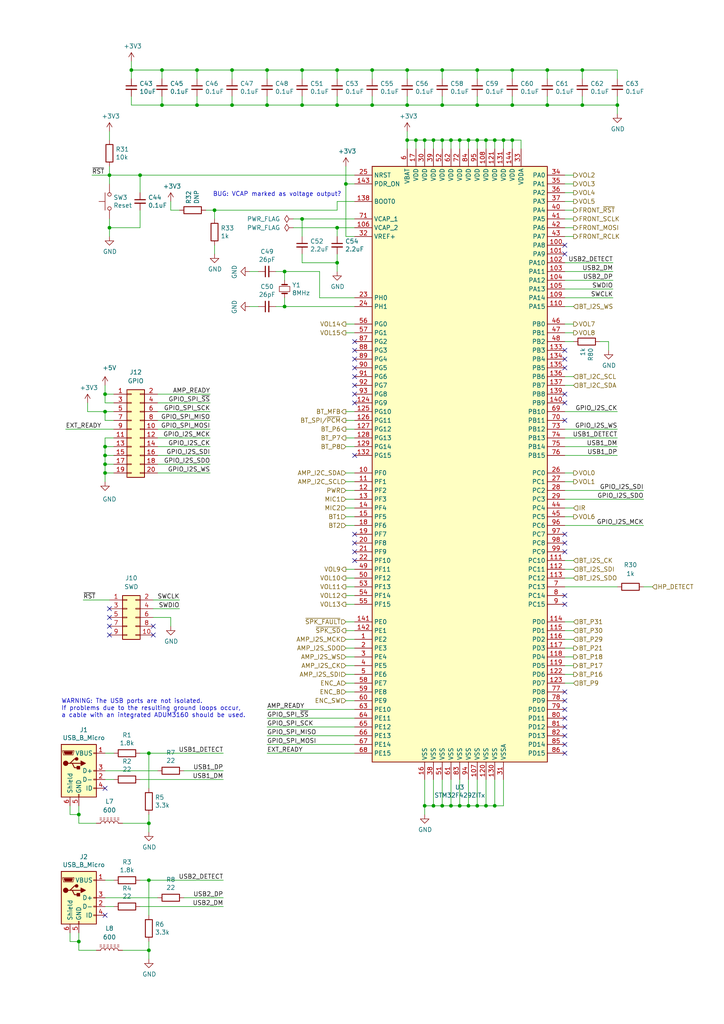
<source format=kicad_sch>
(kicad_sch (version 20201015) (generator eeschema)
  (paper "A4" portrait)
  (junction (at 22.86 236.22) (diameter 0.9144))
  (junction (at 22.86 273.05) (diameter 0.9144))
  (junction (at 30.48 114.3) (diameter 0.9144))
  (junction (at 30.48 119.38) (diameter 0.9144))
  (junction (at 30.48 129.54) (diameter 0.9144))
  (junction (at 30.48 132.08) (diameter 0.9144))
  (junction (at 30.48 134.62) (diameter 0.9144))
  (junction (at 30.48 137.16) (diameter 0.9144))
  (junction (at 31.75 50.8) (diameter 0.9144))
  (junction (at 31.75 66.04) (diameter 0.9144))
  (junction (at 38.1 20.32) (diameter 0.9144))
  (junction (at 40.64 50.8) (diameter 0.9144))
  (junction (at 43.18 218.44) (diameter 0.9144))
  (junction (at 43.18 238.76) (diameter 0.9144))
  (junction (at 43.18 255.27) (diameter 0.9144))
  (junction (at 43.18 275.59) (diameter 0.9144))
  (junction (at 46.99 20.32) (diameter 0.9144))
  (junction (at 46.99 30.48) (diameter 0.9144))
  (junction (at 57.15 20.32) (diameter 0.9144))
  (junction (at 57.15 30.48) (diameter 0.9144))
  (junction (at 62.23 60.96) (diameter 0.9144))
  (junction (at 67.31 20.32) (diameter 0.9144))
  (junction (at 67.31 30.48) (diameter 0.9144))
  (junction (at 77.47 20.32) (diameter 0.9144))
  (junction (at 77.47 30.48) (diameter 0.9144))
  (junction (at 82.55 78.74) (diameter 0.9144))
  (junction (at 82.55 88.9) (diameter 0.9144))
  (junction (at 87.63 20.32) (diameter 0.9144))
  (junction (at 87.63 30.48) (diameter 0.9144))
  (junction (at 87.63 63.5) (diameter 0.9144))
  (junction (at 97.79 20.32) (diameter 0.9144))
  (junction (at 97.79 30.48) (diameter 0.9144))
  (junction (at 97.79 66.04) (diameter 0.9144))
  (junction (at 97.79 76.2) (diameter 0.9144))
  (junction (at 100.33 53.34) (diameter 0.9144))
  (junction (at 107.95 20.32) (diameter 0.9144))
  (junction (at 107.95 30.48) (diameter 0.9144))
  (junction (at 118.11 20.32) (diameter 0.9144))
  (junction (at 118.11 30.48) (diameter 0.9144))
  (junction (at 118.11 40.64) (diameter 0.9144))
  (junction (at 120.65 40.64) (diameter 0.9144))
  (junction (at 123.19 40.64) (diameter 0.9144))
  (junction (at 123.19 233.68) (diameter 0.9144))
  (junction (at 125.73 40.64) (diameter 0.9144))
  (junction (at 125.73 233.68) (diameter 0.9144))
  (junction (at 128.27 20.32) (diameter 0.9144))
  (junction (at 128.27 30.48) (diameter 0.9144))
  (junction (at 128.27 40.64) (diameter 0.9144))
  (junction (at 128.27 233.68) (diameter 0.9144))
  (junction (at 130.81 40.64) (diameter 0.9144))
  (junction (at 130.81 233.68) (diameter 0.9144))
  (junction (at 133.35 40.64) (diameter 0.9144))
  (junction (at 133.35 233.68) (diameter 0.9144))
  (junction (at 135.89 40.64) (diameter 0.9144))
  (junction (at 135.89 233.68) (diameter 0.9144))
  (junction (at 138.43 20.32) (diameter 0.9144))
  (junction (at 138.43 30.48) (diameter 0.9144))
  (junction (at 138.43 40.64) (diameter 0.9144))
  (junction (at 138.43 233.68) (diameter 0.9144))
  (junction (at 140.97 40.64) (diameter 0.9144))
  (junction (at 140.97 233.68) (diameter 0.9144))
  (junction (at 143.51 40.64) (diameter 0.9144))
  (junction (at 143.51 233.68) (diameter 0.9144))
  (junction (at 146.05 40.64) (diameter 0.9144))
  (junction (at 148.59 20.32) (diameter 0.9144))
  (junction (at 148.59 30.48) (diameter 0.9144))
  (junction (at 148.59 40.64) (diameter 0.9144))
  (junction (at 158.75 20.32) (diameter 0.9144))
  (junction (at 158.75 30.48) (diameter 0.9144))
  (junction (at 168.91 20.32) (diameter 0.9144))
  (junction (at 168.91 30.48) (diameter 0.9144))
  (junction (at 179.07 30.48) (diameter 0.9144))
  (no_connect (at 30.48 228.6))
  (no_connect (at 30.48 265.43))
  (no_connect (at 31.75 176.53))
  (no_connect (at 31.75 179.07))
  (no_connect (at 31.75 181.61))
  (no_connect (at 31.75 184.15))
  (no_connect (at 44.45 181.61))
  (no_connect (at 44.45 184.15))
  (no_connect (at 102.87 99.06))
  (no_connect (at 102.87 101.6))
  (no_connect (at 102.87 104.14))
  (no_connect (at 102.87 106.68))
  (no_connect (at 102.87 109.22))
  (no_connect (at 102.87 111.76))
  (no_connect (at 102.87 114.3))
  (no_connect (at 102.87 116.84))
  (no_connect (at 102.87 132.08))
  (no_connect (at 102.87 154.94))
  (no_connect (at 102.87 157.48))
  (no_connect (at 102.87 160.02))
  (no_connect (at 102.87 162.56))
  (no_connect (at 163.83 71.12))
  (no_connect (at 163.83 73.66))
  (no_connect (at 163.83 101.6))
  (no_connect (at 163.83 104.14))
  (no_connect (at 163.83 106.68))
  (no_connect (at 163.83 114.3))
  (no_connect (at 163.83 116.84))
  (no_connect (at 163.83 121.92))
  (no_connect (at 163.83 154.94))
  (no_connect (at 163.83 157.48))
  (no_connect (at 163.83 160.02))
  (no_connect (at 163.83 172.72))
  (no_connect (at 163.83 175.26))
  (no_connect (at 163.83 200.66))
  (no_connect (at 163.83 203.2))
  (no_connect (at 163.83 205.74))
  (no_connect (at 163.83 208.28))
  (no_connect (at 163.83 210.82))
  (no_connect (at 163.83 213.36))
  (no_connect (at 163.83 215.9))
  (no_connect (at 163.83 218.44))
  (wire (pts (xy 19.05 124.46) (xy 33.02 124.46)))
  (wire (pts (xy 20.32 233.68) (xy 20.32 236.22)))
  (wire (pts (xy 20.32 270.51) (xy 20.32 273.05)))
  (wire (pts (xy 22.86 233.68) (xy 22.86 236.22)))
  (wire (pts (xy 22.86 236.22) (xy 20.32 236.22)))
  (wire (pts (xy 22.86 236.22) (xy 22.86 238.76)))
  (wire (pts (xy 22.86 238.76) (xy 27.94 238.76)))
  (wire (pts (xy 22.86 270.51) (xy 22.86 273.05)))
  (wire (pts (xy 22.86 273.05) (xy 20.32 273.05)))
  (wire (pts (xy 22.86 275.59) (xy 22.86 273.05)))
  (wire (pts (xy 24.13 173.99) (xy 31.75 173.99)))
  (wire (pts (xy 25.4 116.84) (xy 25.4 119.38)))
  (wire (pts (xy 25.4 119.38) (xy 30.48 119.38)))
  (wire (pts (xy 26.67 50.8) (xy 31.75 50.8)))
  (wire (pts (xy 27.94 275.59) (xy 22.86 275.59)))
  (wire (pts (xy 30.48 111.76) (xy 30.48 114.3)))
  (wire (pts (xy 30.48 114.3) (xy 33.02 114.3)))
  (wire (pts (xy 30.48 116.84) (xy 30.48 114.3)))
  (wire (pts (xy 30.48 119.38) (xy 30.48 121.92)))
  (wire (pts (xy 30.48 119.38) (xy 33.02 119.38)))
  (wire (pts (xy 30.48 127) (xy 33.02 127)))
  (wire (pts (xy 30.48 129.54) (xy 30.48 127)))
  (wire (pts (xy 30.48 129.54) (xy 33.02 129.54)))
  (wire (pts (xy 30.48 132.08) (xy 30.48 129.54)))
  (wire (pts (xy 30.48 132.08) (xy 33.02 132.08)))
  (wire (pts (xy 30.48 134.62) (xy 30.48 132.08)))
  (wire (pts (xy 30.48 134.62) (xy 33.02 134.62)))
  (wire (pts (xy 30.48 137.16) (xy 30.48 134.62)))
  (wire (pts (xy 30.48 137.16) (xy 33.02 137.16)))
  (wire (pts (xy 30.48 139.7) (xy 30.48 137.16)))
  (wire (pts (xy 30.48 226.06) (xy 33.02 226.06)))
  (wire (pts (xy 30.48 262.89) (xy 33.02 262.89)))
  (wire (pts (xy 31.75 38.1) (xy 31.75 40.64)))
  (wire (pts (xy 31.75 48.26) (xy 31.75 50.8)))
  (wire (pts (xy 31.75 50.8) (xy 31.75 53.34)))
  (wire (pts (xy 31.75 63.5) (xy 31.75 66.04)))
  (wire (pts (xy 31.75 66.04) (xy 40.64 66.04)))
  (wire (pts (xy 31.75 68.58) (xy 31.75 66.04)))
  (wire (pts (xy 33.02 116.84) (xy 30.48 116.84)))
  (wire (pts (xy 33.02 121.92) (xy 30.48 121.92)))
  (wire (pts (xy 33.02 218.44) (xy 30.48 218.44)))
  (wire (pts (xy 33.02 255.27) (xy 30.48 255.27)))
  (wire (pts (xy 35.56 238.76) (xy 43.18 238.76)))
  (wire (pts (xy 35.56 275.59) (xy 43.18 275.59)))
  (wire (pts (xy 38.1 20.32) (xy 38.1 17.78)))
  (wire (pts (xy 38.1 20.32) (xy 38.1 22.86)))
  (wire (pts (xy 38.1 30.48) (xy 38.1 27.94)))
  (wire (pts (xy 40.64 50.8) (xy 31.75 50.8)))
  (wire (pts (xy 40.64 50.8) (xy 102.87 50.8)))
  (wire (pts (xy 40.64 55.88) (xy 40.64 50.8)))
  (wire (pts (xy 40.64 66.04) (xy 40.64 60.96)))
  (wire (pts (xy 40.64 226.06) (xy 64.77 226.06)))
  (wire (pts (xy 40.64 262.89) (xy 64.77 262.89)))
  (wire (pts (xy 43.18 218.44) (xy 40.64 218.44)))
  (wire (pts (xy 43.18 228.6) (xy 43.18 218.44)))
  (wire (pts (xy 43.18 236.22) (xy 43.18 238.76)))
  (wire (pts (xy 43.18 238.76) (xy 43.18 241.3)))
  (wire (pts (xy 43.18 255.27) (xy 40.64 255.27)))
  (wire (pts (xy 43.18 265.43) (xy 43.18 255.27)))
  (wire (pts (xy 43.18 273.05) (xy 43.18 275.59)))
  (wire (pts (xy 43.18 275.59) (xy 43.18 278.13)))
  (wire (pts (xy 44.45 173.99) (xy 52.07 173.99)))
  (wire (pts (xy 44.45 176.53) (xy 52.07 176.53)))
  (wire (pts (xy 45.72 114.3) (xy 60.96 114.3)))
  (wire (pts (xy 45.72 116.84) (xy 60.96 116.84)))
  (wire (pts (xy 45.72 119.38) (xy 60.96 119.38)))
  (wire (pts (xy 45.72 121.92) (xy 60.96 121.92)))
  (wire (pts (xy 45.72 124.46) (xy 60.96 124.46)))
  (wire (pts (xy 45.72 127) (xy 60.96 127)))
  (wire (pts (xy 45.72 129.54) (xy 60.96 129.54)))
  (wire (pts (xy 45.72 132.08) (xy 60.96 132.08)))
  (wire (pts (xy 45.72 134.62) (xy 60.96 134.62)))
  (wire (pts (xy 45.72 137.16) (xy 60.96 137.16)))
  (wire (pts (xy 45.72 223.52) (xy 30.48 223.52)))
  (wire (pts (xy 45.72 260.35) (xy 30.48 260.35)))
  (wire (pts (xy 46.99 20.32) (xy 38.1 20.32)))
  (wire (pts (xy 46.99 20.32) (xy 46.99 22.86)))
  (wire (pts (xy 46.99 20.32) (xy 57.15 20.32)))
  (wire (pts (xy 46.99 30.48) (xy 38.1 30.48)))
  (wire (pts (xy 46.99 30.48) (xy 46.99 27.94)))
  (wire (pts (xy 49.53 60.96) (xy 49.53 58.42)))
  (wire (pts (xy 49.53 179.07) (xy 44.45 179.07)))
  (wire (pts (xy 49.53 181.61) (xy 49.53 179.07)))
  (wire (pts (xy 52.07 60.96) (xy 49.53 60.96)))
  (wire (pts (xy 53.34 223.52) (xy 64.77 223.52)))
  (wire (pts (xy 53.34 260.35) (xy 64.77 260.35)))
  (wire (pts (xy 57.15 20.32) (xy 57.15 22.86)))
  (wire (pts (xy 57.15 20.32) (xy 67.31 20.32)))
  (wire (pts (xy 57.15 27.94) (xy 57.15 30.48)))
  (wire (pts (xy 57.15 30.48) (xy 46.99 30.48)))
  (wire (pts (xy 62.23 60.96) (xy 59.69 60.96)))
  (wire (pts (xy 62.23 60.96) (xy 62.23 63.5)))
  (wire (pts (xy 62.23 71.12) (xy 62.23 73.66)))
  (wire (pts (xy 64.77 218.44) (xy 43.18 218.44)))
  (wire (pts (xy 64.77 255.27) (xy 43.18 255.27)))
  (wire (pts (xy 67.31 20.32) (xy 67.31 22.86)))
  (wire (pts (xy 67.31 20.32) (xy 77.47 20.32)))
  (wire (pts (xy 67.31 27.94) (xy 67.31 30.48)))
  (wire (pts (xy 67.31 30.48) (xy 57.15 30.48)))
  (wire (pts (xy 72.39 78.74) (xy 74.93 78.74)))
  (wire (pts (xy 72.39 88.9) (xy 74.93 88.9)))
  (wire (pts (xy 77.47 20.32) (xy 77.47 22.86)))
  (wire (pts (xy 77.47 20.32) (xy 87.63 20.32)))
  (wire (pts (xy 77.47 27.94) (xy 77.47 30.48)))
  (wire (pts (xy 77.47 30.48) (xy 67.31 30.48)))
  (wire (pts (xy 77.47 218.44) (xy 102.87 218.44)))
  (wire (pts (xy 80.01 78.74) (xy 82.55 78.74)))
  (wire (pts (xy 80.01 88.9) (xy 82.55 88.9)))
  (wire (pts (xy 82.55 78.74) (xy 82.55 81.28)))
  (wire (pts (xy 82.55 86.36) (xy 82.55 88.9)))
  (wire (pts (xy 82.55 88.9) (xy 102.87 88.9)))
  (wire (pts (xy 85.09 63.5) (xy 87.63 63.5)))
  (wire (pts (xy 85.09 66.04) (xy 97.79 66.04)))
  (wire (pts (xy 87.63 20.32) (xy 87.63 22.86)))
  (wire (pts (xy 87.63 20.32) (xy 97.79 20.32)))
  (wire (pts (xy 87.63 27.94) (xy 87.63 30.48)))
  (wire (pts (xy 87.63 30.48) (xy 77.47 30.48)))
  (wire (pts (xy 87.63 63.5) (xy 87.63 68.58)))
  (wire (pts (xy 87.63 76.2) (xy 87.63 73.66)))
  (wire (pts (xy 92.71 78.74) (xy 82.55 78.74)))
  (wire (pts (xy 92.71 86.36) (xy 92.71 78.74)))
  (wire (pts (xy 97.79 20.32) (xy 97.79 22.86)))
  (wire (pts (xy 97.79 20.32) (xy 107.95 20.32)))
  (wire (pts (xy 97.79 27.94) (xy 97.79 30.48)))
  (wire (pts (xy 97.79 30.48) (xy 87.63 30.48)))
  (wire (pts (xy 97.79 58.42) (xy 97.79 60.96)))
  (wire (pts (xy 97.79 60.96) (xy 62.23 60.96)))
  (wire (pts (xy 97.79 66.04) (xy 97.79 68.58)))
  (wire (pts (xy 97.79 73.66) (xy 97.79 76.2)))
  (wire (pts (xy 97.79 76.2) (xy 87.63 76.2)))
  (wire (pts (xy 97.79 76.2) (xy 97.79 78.74)))
  (wire (pts (xy 100.33 48.26) (xy 100.33 53.34)))
  (wire (pts (xy 100.33 53.34) (xy 100.33 68.58)))
  (wire (pts (xy 100.33 53.34) (xy 102.87 53.34)))
  (wire (pts (xy 100.33 68.58) (xy 102.87 68.58)))
  (wire (pts (xy 100.33 93.98) (xy 102.87 93.98)))
  (wire (pts (xy 100.33 96.52) (xy 102.87 96.52)))
  (wire (pts (xy 100.33 119.38) (xy 102.87 119.38)))
  (wire (pts (xy 100.33 121.92) (xy 102.87 121.92)))
  (wire (pts (xy 100.33 124.46) (xy 102.87 124.46)))
  (wire (pts (xy 100.33 127) (xy 102.87 127)))
  (wire (pts (xy 100.33 129.54) (xy 102.87 129.54)))
  (wire (pts (xy 100.33 139.7) (xy 102.87 139.7)))
  (wire (pts (xy 100.33 165.1) (xy 102.87 165.1)))
  (wire (pts (xy 100.33 167.64) (xy 102.87 167.64)))
  (wire (pts (xy 100.33 170.18) (xy 102.87 170.18)))
  (wire (pts (xy 100.33 172.72) (xy 102.87 172.72)))
  (wire (pts (xy 100.33 175.26) (xy 102.87 175.26)))
  (wire (pts (xy 100.33 180.34) (xy 102.87 180.34)))
  (wire (pts (xy 100.33 182.88) (xy 102.87 182.88)))
  (wire (pts (xy 100.33 185.42) (xy 102.87 185.42)))
  (wire (pts (xy 100.33 190.5) (xy 102.87 190.5)))
  (wire (pts (xy 100.33 195.58) (xy 102.87 195.58)))
  (wire (pts (xy 102.87 58.42) (xy 97.79 58.42)))
  (wire (pts (xy 102.87 63.5) (xy 87.63 63.5)))
  (wire (pts (xy 102.87 66.04) (xy 97.79 66.04)))
  (wire (pts (xy 102.87 86.36) (xy 92.71 86.36)))
  (wire (pts (xy 102.87 137.16) (xy 100.33 137.16)))
  (wire (pts (xy 102.87 142.24) (xy 100.33 142.24)))
  (wire (pts (xy 102.87 144.78) (xy 100.33 144.78)))
  (wire (pts (xy 102.87 147.32) (xy 100.33 147.32)))
  (wire (pts (xy 102.87 149.86) (xy 100.33 149.86)))
  (wire (pts (xy 102.87 152.4) (xy 100.33 152.4)))
  (wire (pts (xy 102.87 187.96) (xy 100.33 187.96)))
  (wire (pts (xy 102.87 193.04) (xy 100.33 193.04)))
  (wire (pts (xy 102.87 198.12) (xy 100.33 198.12)))
  (wire (pts (xy 102.87 200.66) (xy 100.33 200.66)))
  (wire (pts (xy 102.87 203.2) (xy 100.33 203.2)))
  (wire (pts (xy 102.87 205.74) (xy 77.47 205.74)))
  (wire (pts (xy 102.87 208.28) (xy 77.47 208.28)))
  (wire (pts (xy 102.87 210.82) (xy 77.47 210.82)))
  (wire (pts (xy 102.87 213.36) (xy 77.47 213.36)))
  (wire (pts (xy 102.87 215.9) (xy 77.47 215.9)))
  (wire (pts (xy 107.95 20.32) (xy 107.95 22.86)))
  (wire (pts (xy 107.95 20.32) (xy 118.11 20.32)))
  (wire (pts (xy 107.95 27.94) (xy 107.95 30.48)))
  (wire (pts (xy 107.95 30.48) (xy 97.79 30.48)))
  (wire (pts (xy 118.11 20.32) (xy 118.11 22.86)))
  (wire (pts (xy 118.11 20.32) (xy 128.27 20.32)))
  (wire (pts (xy 118.11 27.94) (xy 118.11 30.48)))
  (wire (pts (xy 118.11 30.48) (xy 107.95 30.48)))
  (wire (pts (xy 118.11 38.1) (xy 118.11 40.64)))
  (wire (pts (xy 118.11 40.64) (xy 118.11 43.18)))
  (wire (pts (xy 120.65 40.64) (xy 118.11 40.64)))
  (wire (pts (xy 120.65 43.18) (xy 120.65 40.64)))
  (wire (pts (xy 123.19 40.64) (xy 120.65 40.64)))
  (wire (pts (xy 123.19 43.18) (xy 123.19 40.64)))
  (wire (pts (xy 123.19 226.06) (xy 123.19 233.68)))
  (wire (pts (xy 123.19 233.68) (xy 123.19 236.22)))
  (wire (pts (xy 123.19 233.68) (xy 125.73 233.68)))
  (wire (pts (xy 125.73 40.64) (xy 123.19 40.64)))
  (wire (pts (xy 125.73 43.18) (xy 125.73 40.64)))
  (wire (pts (xy 125.73 226.06) (xy 125.73 233.68)))
  (wire (pts (xy 125.73 233.68) (xy 128.27 233.68)))
  (wire (pts (xy 128.27 20.32) (xy 128.27 22.86)))
  (wire (pts (xy 128.27 20.32) (xy 138.43 20.32)))
  (wire (pts (xy 128.27 27.94) (xy 128.27 30.48)))
  (wire (pts (xy 128.27 30.48) (xy 118.11 30.48)))
  (wire (pts (xy 128.27 40.64) (xy 125.73 40.64)))
  (wire (pts (xy 128.27 43.18) (xy 128.27 40.64)))
  (wire (pts (xy 128.27 226.06) (xy 128.27 233.68)))
  (wire (pts (xy 128.27 233.68) (xy 130.81 233.68)))
  (wire (pts (xy 130.81 40.64) (xy 128.27 40.64)))
  (wire (pts (xy 130.81 43.18) (xy 130.81 40.64)))
  (wire (pts (xy 130.81 226.06) (xy 130.81 233.68)))
  (wire (pts (xy 130.81 233.68) (xy 133.35 233.68)))
  (wire (pts (xy 133.35 40.64) (xy 130.81 40.64)))
  (wire (pts (xy 133.35 43.18) (xy 133.35 40.64)))
  (wire (pts (xy 133.35 226.06) (xy 133.35 233.68)))
  (wire (pts (xy 133.35 233.68) (xy 135.89 233.68)))
  (wire (pts (xy 135.89 40.64) (xy 133.35 40.64)))
  (wire (pts (xy 135.89 43.18) (xy 135.89 40.64)))
  (wire (pts (xy 135.89 226.06) (xy 135.89 233.68)))
  (wire (pts (xy 135.89 233.68) (xy 138.43 233.68)))
  (wire (pts (xy 138.43 20.32) (xy 138.43 22.86)))
  (wire (pts (xy 138.43 20.32) (xy 148.59 20.32)))
  (wire (pts (xy 138.43 27.94) (xy 138.43 30.48)))
  (wire (pts (xy 138.43 30.48) (xy 128.27 30.48)))
  (wire (pts (xy 138.43 40.64) (xy 135.89 40.64)))
  (wire (pts (xy 138.43 43.18) (xy 138.43 40.64)))
  (wire (pts (xy 138.43 226.06) (xy 138.43 233.68)))
  (wire (pts (xy 138.43 233.68) (xy 140.97 233.68)))
  (wire (pts (xy 140.97 40.64) (xy 138.43 40.64)))
  (wire (pts (xy 140.97 43.18) (xy 140.97 40.64)))
  (wire (pts (xy 140.97 233.68) (xy 140.97 226.06)))
  (wire (pts (xy 140.97 233.68) (xy 143.51 233.68)))
  (wire (pts (xy 143.51 40.64) (xy 140.97 40.64)))
  (wire (pts (xy 143.51 43.18) (xy 143.51 40.64)))
  (wire (pts (xy 143.51 226.06) (xy 143.51 233.68)))
  (wire (pts (xy 143.51 233.68) (xy 146.05 233.68)))
  (wire (pts (xy 146.05 40.64) (xy 143.51 40.64)))
  (wire (pts (xy 146.05 43.18) (xy 146.05 40.64)))
  (wire (pts (xy 146.05 233.68) (xy 146.05 226.06)))
  (wire (pts (xy 148.59 20.32) (xy 148.59 22.86)))
  (wire (pts (xy 148.59 20.32) (xy 158.75 20.32)))
  (wire (pts (xy 148.59 27.94) (xy 148.59 30.48)))
  (wire (pts (xy 148.59 30.48) (xy 138.43 30.48)))
  (wire (pts (xy 148.59 40.64) (xy 146.05 40.64)))
  (wire (pts (xy 148.59 43.18) (xy 148.59 40.64)))
  (wire (pts (xy 151.13 40.64) (xy 148.59 40.64)))
  (wire (pts (xy 151.13 43.18) (xy 151.13 40.64)))
  (wire (pts (xy 158.75 20.32) (xy 158.75 22.86)))
  (wire (pts (xy 158.75 20.32) (xy 168.91 20.32)))
  (wire (pts (xy 158.75 27.94) (xy 158.75 30.48)))
  (wire (pts (xy 158.75 30.48) (xy 148.59 30.48)))
  (wire (pts (xy 163.83 58.42) (xy 166.37 58.42)))
  (wire (pts (xy 163.83 83.82) (xy 177.8 83.82)))
  (wire (pts (xy 163.83 86.36) (xy 177.8 86.36)))
  (wire (pts (xy 163.83 93.98) (xy 166.37 93.98)))
  (wire (pts (xy 163.83 99.06) (xy 166.37 99.06)))
  (wire (pts (xy 163.83 111.76) (xy 166.37 111.76)))
  (wire (pts (xy 163.83 119.38) (xy 179.07 119.38)))
  (wire (pts (xy 163.83 124.46) (xy 179.07 124.46)))
  (wire (pts (xy 163.83 142.24) (xy 186.69 142.24)))
  (wire (pts (xy 163.83 144.78) (xy 186.69 144.78)))
  (wire (pts (xy 163.83 149.86) (xy 166.37 149.86)))
  (wire (pts (xy 163.83 152.4) (xy 186.69 152.4)))
  (wire (pts (xy 163.83 165.1) (xy 166.37 165.1)))
  (wire (pts (xy 163.83 180.34) (xy 166.37 180.34)))
  (wire (pts (xy 163.83 182.88) (xy 166.37 182.88)))
  (wire (pts (xy 163.83 185.42) (xy 166.37 185.42)))
  (wire (pts (xy 163.83 187.96) (xy 166.37 187.96)))
  (wire (pts (xy 163.83 190.5) (xy 166.37 190.5)))
  (wire (pts (xy 163.83 193.04) (xy 166.37 193.04)))
  (wire (pts (xy 163.83 195.58) (xy 166.37 195.58)))
  (wire (pts (xy 163.83 198.12) (xy 166.37 198.12)))
  (wire (pts (xy 166.37 50.8) (xy 163.83 50.8)))
  (wire (pts (xy 166.37 53.34) (xy 163.83 53.34)))
  (wire (pts (xy 166.37 55.88) (xy 163.83 55.88)))
  (wire (pts (xy 166.37 60.96) (xy 163.83 60.96)))
  (wire (pts (xy 166.37 63.5) (xy 163.83 63.5)))
  (wire (pts (xy 166.37 66.04) (xy 163.83 66.04)))
  (wire (pts (xy 166.37 68.58) (xy 163.83 68.58)))
  (wire (pts (xy 166.37 88.9) (xy 163.83 88.9)))
  (wire (pts (xy 166.37 96.52) (xy 163.83 96.52)))
  (wire (pts (xy 166.37 109.22) (xy 163.83 109.22)))
  (wire (pts (xy 166.37 137.16) (xy 163.83 137.16)))
  (wire (pts (xy 166.37 139.7) (xy 163.83 139.7)))
  (wire (pts (xy 166.37 147.32) (xy 163.83 147.32)))
  (wire (pts (xy 166.37 162.56) (xy 163.83 162.56)))
  (wire (pts (xy 166.37 167.64) (xy 163.83 167.64)))
  (wire (pts (xy 168.91 20.32) (xy 168.91 22.86)))
  (wire (pts (xy 168.91 20.32) (xy 179.07 20.32)))
  (wire (pts (xy 168.91 27.94) (xy 168.91 30.48)))
  (wire (pts (xy 168.91 30.48) (xy 158.75 30.48)))
  (wire (pts (xy 176.53 99.06) (xy 173.99 99.06)))
  (wire (pts (xy 176.53 101.6) (xy 176.53 99.06)))
  (wire (pts (xy 177.8 76.2) (xy 163.83 76.2)))
  (wire (pts (xy 177.8 78.74) (xy 163.83 78.74)))
  (wire (pts (xy 177.8 81.28) (xy 163.83 81.28)))
  (wire (pts (xy 179.07 20.32) (xy 179.07 22.86)))
  (wire (pts (xy 179.07 27.94) (xy 179.07 30.48)))
  (wire (pts (xy 179.07 30.48) (xy 168.91 30.48)))
  (wire (pts (xy 179.07 30.48) (xy 179.07 33.02)))
  (wire (pts (xy 179.07 127) (xy 163.83 127)))
  (wire (pts (xy 179.07 129.54) (xy 163.83 129.54)))
  (wire (pts (xy 179.07 132.08) (xy 163.83 132.08)))
  (wire (pts (xy 179.07 170.18) (xy 163.83 170.18)))
  (wire (pts (xy 189.23 170.18) (xy 186.69 170.18)))
  (text "WARNING: The USB ports are not isolated.\nIf problems due to the resulting ground loops occur,\na cable with an integrated ADUM3160 should be used." (at 17.78 208.28 0) (effects (font (size 1.27 1.27)) (justify left bottom)))
  (text "BUG: VCAP marked as voltage output?" (at 99.06 57.15 180) (effects (font (size 1.27 1.27)) (justify right bottom)))
  (label "EXT_READY" (at 19.05 124.46 0))
  (label "~RST" (at 24.13 173.99 0))
  (label "~RST" (at 26.67 50.8 0))
  (label "SWCLK" (at 52.07 173.99 180))
  (label "SWDIO" (at 52.07 176.53 180))
  (label "AMP_READY" (at 60.96 114.3 180))
  (label "GPIO_SPI_~SS" (at 60.96 116.84 180))
  (label "GPIO_SPI_SCK" (at 60.96 119.38 180))
  (label "GPIO_SPI_MISO" (at 60.96 121.92 180))
  (label "GPIO_SPI_MOSI" (at 60.96 124.46 180))
  (label "GPIO_I2S_MCK" (at 60.96 127 180))
  (label "GPIO_I2S_CK" (at 60.96 129.54 180))
  (label "GPIO_I2S_SDI" (at 60.96 132.08 180))
  (label "GPIO_I2S_SDO" (at 60.96 134.62 180))
  (label "GPIO_I2S_WS" (at 60.96 137.16 180))
  (label "USB1_DETECT" (at 64.77 218.44 180))
  (label "USB1_DP" (at 64.77 223.52 180))
  (label "USB1_DM" (at 64.77 226.06 180))
  (label "USB2_DETECT" (at 64.77 255.27 180))
  (label "USB2_DP" (at 64.77 260.35 180))
  (label "USB2_DM" (at 64.77 262.89 180))
  (label "AMP_READY" (at 77.47 205.74 0))
  (label "GPIO_SPI_~SS" (at 77.47 208.28 0))
  (label "GPIO_SPI_SCK" (at 77.47 210.82 0))
  (label "GPIO_SPI_MISO" (at 77.47 213.36 0))
  (label "GPIO_SPI_MOSI" (at 77.47 215.9 0))
  (label "EXT_READY" (at 77.47 218.44 0))
  (label "USB2_DETECT" (at 177.8 76.2 180))
  (label "USB2_DM" (at 177.8 78.74 180))
  (label "USB2_DP" (at 177.8 81.28 180))
  (label "SWDIO" (at 177.8 83.82 180))
  (label "SWCLK" (at 177.8 86.36 180))
  (label "GPIO_I2S_CK" (at 179.07 119.38 180))
  (label "GPIO_I2S_WS" (at 179.07 124.46 180))
  (label "USB1_DETECT" (at 179.07 127 180))
  (label "USB1_DM" (at 179.07 129.54 180))
  (label "USB1_DP" (at 179.07 132.08 180))
  (label "GPIO_I2S_SDI" (at 186.69 142.24 180))
  (label "GPIO_I2S_SDO" (at 186.69 144.78 180))
  (label "GPIO_I2S_MCK" (at 186.69 152.4 180))
  (hierarchical_label "VOL14" (shape output) (at 100.33 93.98 180))
  (hierarchical_label "VOL15" (shape output) (at 100.33 96.52 180))
  (hierarchical_label "BT_MFB" (shape output) (at 100.33 119.38 180))
  (hierarchical_label "BT_SPI{slash}~PCM" (shape output) (at 100.33 121.92 180))
  (hierarchical_label "BT_P6" (shape output) (at 100.33 124.46 180))
  (hierarchical_label "BT_P7" (shape output) (at 100.33 127 180))
  (hierarchical_label "BT_P8" (shape input) (at 100.33 129.54 180))
  (hierarchical_label "AMP_I2C_SDA" (shape input) (at 100.33 137.16 180))
  (hierarchical_label "AMP_I2C_SCL" (shape input) (at 100.33 139.7 180))
  (hierarchical_label "PWR" (shape input) (at 100.33 142.24 180))
  (hierarchical_label "MIC1" (shape input) (at 100.33 144.78 180))
  (hierarchical_label "MIC2" (shape input) (at 100.33 147.32 180))
  (hierarchical_label "BT1" (shape input) (at 100.33 149.86 180))
  (hierarchical_label "BT2" (shape input) (at 100.33 152.4 180))
  (hierarchical_label "VOL9" (shape output) (at 100.33 165.1 180))
  (hierarchical_label "VOL10" (shape output) (at 100.33 167.64 180))
  (hierarchical_label "VOL11" (shape output) (at 100.33 170.18 180))
  (hierarchical_label "VOL12" (shape output) (at 100.33 172.72 180))
  (hierarchical_label "VOL13" (shape output) (at 100.33 175.26 180))
  (hierarchical_label "~SPK_FAULT" (shape input) (at 100.33 180.34 180))
  (hierarchical_label "~SPK_SD" (shape output) (at 100.33 182.88 180))
  (hierarchical_label "AMP_I2S_MCK" (shape input) (at 100.33 185.42 180))
  (hierarchical_label "AMP_I2S_SDO" (shape input) (at 100.33 187.96 180))
  (hierarchical_label "AMP_I2S_WS" (shape input) (at 100.33 190.5 180))
  (hierarchical_label "AMP_I2S_CK" (shape input) (at 100.33 193.04 180))
  (hierarchical_label "AMP_I2S_SDI" (shape input) (at 100.33 195.58 180))
  (hierarchical_label "ENC_A" (shape input) (at 100.33 198.12 180))
  (hierarchical_label "ENC_B" (shape input) (at 100.33 200.66 180))
  (hierarchical_label "ENC_SW" (shape input) (at 100.33 203.2 180))
  (hierarchical_label "VOL2" (shape output) (at 166.37 50.8 0))
  (hierarchical_label "VOL3" (shape output) (at 166.37 53.34 0))
  (hierarchical_label "VOL4" (shape output) (at 166.37 55.88 0))
  (hierarchical_label "VOL5" (shape output) (at 166.37 58.42 0))
  (hierarchical_label "FRONT_~RST" (shape output) (at 166.37 60.96 0))
  (hierarchical_label "FRONT_SCLK" (shape output) (at 166.37 63.5 0))
  (hierarchical_label "FRONT_MOSI" (shape output) (at 166.37 66.04 0))
  (hierarchical_label "FRONT_RCLK" (shape output) (at 166.37 68.58 0))
  (hierarchical_label "BT_I2S_WS" (shape input) (at 166.37 88.9 0))
  (hierarchical_label "VOL7" (shape output) (at 166.37 93.98 0))
  (hierarchical_label "VOL8" (shape output) (at 166.37 96.52 0))
  (hierarchical_label "BT_I2C_SCL" (shape input) (at 166.37 109.22 0))
  (hierarchical_label "BT_I2C_SDA" (shape input) (at 166.37 111.76 0))
  (hierarchical_label "VOL0" (shape output) (at 166.37 137.16 0))
  (hierarchical_label "VOL1" (shape output) (at 166.37 139.7 0))
  (hierarchical_label "IR" (shape input) (at 166.37 147.32 0))
  (hierarchical_label "VOL6" (shape output) (at 166.37 149.86 0))
  (hierarchical_label "BT_I2S_CK" (shape input) (at 166.37 162.56 0))
  (hierarchical_label "BT_I2S_SDI" (shape input) (at 166.37 165.1 0))
  (hierarchical_label "BT_I2S_SDO" (shape input) (at 166.37 167.64 0))
  (hierarchical_label "BT_P31" (shape input) (at 166.37 180.34 0))
  (hierarchical_label "BT_P30" (shape input) (at 166.37 182.88 0))
  (hierarchical_label "BT_P29" (shape input) (at 166.37 185.42 0))
  (hierarchical_label "BT_P21" (shape output) (at 166.37 187.96 0))
  (hierarchical_label "BT_P18" (shape output) (at 166.37 190.5 0))
  (hierarchical_label "BT_P17" (shape output) (at 166.37 193.04 0))
  (hierarchical_label "BT_P16" (shape output) (at 166.37 195.58 0))
  (hierarchical_label "BT_P9" (shape input) (at 166.37 198.12 0))
  (hierarchical_label "HP_DETECT" (shape input) (at 189.23 170.18 0))
  (symbol (lib_id "power:PWR_FLAG") (at 85.09 63.5 90) (unit 1)
    (property "Reference" "#FLG0102" (effects hide))
    (property "Value" "PWR_FLAG" (at 81.28 63.5 90) (effects (justify left)))
  )
  (symbol (lib_id "power:PWR_FLAG") (at 85.09 66.04 90) (unit 1)
    (property "Reference" "#FLG0105" (effects hide))
    (property "Value" "PWR_FLAG" (at 81.28 66.04 90) (effects (justify left)))
  )
  (symbol (lib_id "power:+3.3V") (at 25.4 116.84 0) (unit 1)
    (property "Reference" "#PWR0232" (effects hide))
    (property "Value" "+3.3V" (at 25.781 112.4458 0))
  )
  (symbol (lib_id "power:+5V") (at 30.48 111.76 0) (unit 1)
    (property "Reference" "#PWR0231" (effects hide))
    (property "Value" "+5V" (at 31.75 106.68 0))
  )
  (symbol (lib_id "power:+3.3V") (at 31.75 38.1 0) (unit 1)
    (property "Reference" "#PWR0170" (effects hide))
    (property "Value" "+3.3V" (at 32.131 33.7058 0))
  )
  (symbol (lib_id "power:+3.3V") (at 38.1 17.78 0) (unit 1)
    (property "Reference" "#PWR0169" (effects hide))
    (property "Value" "+3.3V" (at 38.481 13.3858 0))
  )
  (symbol (lib_id "power:+3.3V") (at 49.53 58.42 0) (unit 1)
    (property "Reference" "#PWR0171" (effects hide))
    (property "Value" "+3.3V" (at 49.911 54.0258 0))
  )
  (symbol (lib_id "power:+3.3V") (at 100.33 48.26 0) (unit 1)
    (property "Reference" "#PWR0166" (effects hide))
    (property "Value" "+3.3V" (at 100.711 43.8658 0))
  )
  (symbol (lib_id "power:+3.3V") (at 118.11 38.1 0) (unit 1)
    (property "Reference" "#PWR0102" (effects hide))
    (property "Value" "+3.3V" (at 118.491 33.7058 0))
  )
  (symbol (lib_id "power:GND") (at 30.48 139.7 0) (unit 1)
    (property "Reference" "#PWR0230" (effects hide))
    (property "Value" "GND" (at 31.75 144.78 0))
  )
  (symbol (lib_id "power:GND") (at 31.75 68.58 0) (unit 1)
    (property "Reference" "#PWR0172" (effects hide))
    (property "Value" "GND" (at 31.877 72.9742 0))
  )
  (symbol (lib_id "power:GND") (at 43.18 241.3 0) (unit 1)
    (property "Reference" "#PWR0104" (effects hide))
    (property "Value" "GND" (at 43.307 245.6942 0))
  )
  (symbol (lib_id "power:GND") (at 43.18 278.13 0) (unit 1)
    (property "Reference" "#PWR0106" (effects hide))
    (property "Value" "GND" (at 43.307 282.5242 0))
  )
  (symbol (lib_id "power:GND") (at 49.53 181.61 0) (unit 1)
    (property "Reference" "#PWR0173" (effects hide))
    (property "Value" "GND" (at 49.657 186.0042 0))
  )
  (symbol (lib_id "power:GND") (at 62.23 73.66 0) (unit 1)
    (property "Reference" "#PWR0167" (effects hide))
    (property "Value" "GND" (at 62.357 78.0542 0))
  )
  (symbol (lib_id "power:GND") (at 72.39 78.74 270) (unit 1)
    (property "Reference" "#PWR0164" (effects hide))
    (property "Value" "GND" (at 67.9958 78.867 0))
  )
  (symbol (lib_id "power:GND") (at 72.39 88.9 270) (unit 1)
    (property "Reference" "#PWR0165" (effects hide))
    (property "Value" "GND" (at 67.9958 89.027 0))
  )
  (symbol (lib_id "power:GND") (at 97.79 78.74 0) (unit 1)
    (property "Reference" "#PWR0163" (effects hide))
    (property "Value" "GND" (at 97.917 83.1342 0))
  )
  (symbol (lib_id "power:GND") (at 123.19 236.22 0) (unit 1)
    (property "Reference" "#PWR0101" (effects hide))
    (property "Value" "GND" (at 123.317 240.6142 0))
  )
  (symbol (lib_id "power:GND") (at 176.53 101.6 0) (unit 1)
    (property "Reference" "#PWR0233" (effects hide))
    (property "Value" "GND" (at 176.657 105.9942 0))
  )
  (symbol (lib_id "power:GND") (at 179.07 33.02 0) (unit 1)
    (property "Reference" "#PWR0168" (effects hide))
    (property "Value" "GND" (at 179.197 37.4142 0))
  )
  (symbol (lib_id "Device:L_Ferrite") (at 31.75 238.76 90) (unit 1)
    (property "Reference" "L7" (at 31.75 232.41 90))
    (property "Value" "600" (at 31.75 234.95 90))
    (property "Footprint" "Inductor_SMD:L_0603_1608Metric" (effects hide))
  )
  (symbol (lib_id "Device:L_Ferrite") (at 31.75 275.59 90) (unit 1)
    (property "Reference" "L8" (at 31.75 269.24 90))
    (property "Value" "600" (at 31.75 271.78 90))
    (property "Footprint" "Inductor_SMD:L_0603_1608Metric" (effects hide))
  )
  (symbol (lib_id "Device:Crystal_Small") (at 82.55 83.82 90) (unit 1)
    (property "Reference" "Y1" (at 84.7091 82.6706 90) (effects (justify right)))
    (property "Value" "8MHz" (at 84.709 84.969 90) (effects (justify right)))
    (property "Footprint" "Crystal:Crystal_SMD_HC49-SD" (effects hide))
    (property "Mouser" "774-ATS080BSM-1" (effects hide))
    (property "Part Name" "CTS ATS080BSM-1" (effects hide))
  )
  (symbol (lib_id "Device:R") (at 31.75 44.45 0) (unit 1)
    (property "Reference" "R31" (at 33.5281 43.3006 0) (effects (justify left)))
    (property "Value" "10k" (at 33.528 45.599 0) (effects (justify left)))
    (property "Footprint" "Resistor_SMD:R_0603_1608Metric" (effects hide))
  )
  (symbol (lib_id "Device:R") (at 36.83 218.44 270) (unit 1)
    (property "Reference" "R1" (at 36.83 213.1822 90))
    (property "Value" "1.8k" (at 36.83 215.4936 90))
    (property "Footprint" "Resistor_SMD:R_0603_1608Metric" (effects hide))
  )
  (symbol (lib_id "Device:R") (at 36.83 226.06 270) (unit 1)
    (property "Reference" "R2" (at 36.83 220.8022 90))
    (property "Value" "22" (at 36.83 223.1136 90))
    (property "Footprint" "Resistor_SMD:R_0603_1608Metric" (effects hide))
  )
  (symbol (lib_id "Device:R") (at 36.83 255.27 270) (unit 1)
    (property "Reference" "R3" (at 36.83 250.0122 90))
    (property "Value" "1.8k" (at 36.83 252.3236 90))
    (property "Footprint" "Resistor_SMD:R_0603_1608Metric" (effects hide))
  )
  (symbol (lib_id "Device:R") (at 36.83 262.89 270) (unit 1)
    (property "Reference" "R4" (at 36.83 257.6322 90))
    (property "Value" "22" (at 36.83 259.9436 90))
    (property "Footprint" "Resistor_SMD:R_0603_1608Metric" (effects hide))
  )
  (symbol (lib_id "Device:R") (at 43.18 232.41 0) (unit 1)
    (property "Reference" "R5" (at 44.958 231.2416 0) (effects (justify left)))
    (property "Value" "3.3k" (at 44.958 233.553 0) (effects (justify left)))
    (property "Footprint" "Resistor_SMD:R_0603_1608Metric" (effects hide))
  )
  (symbol (lib_id "Device:R") (at 43.18 269.24 0) (unit 1)
    (property "Reference" "R6" (at 44.958 268.0716 0) (effects (justify left)))
    (property "Value" "3.3k" (at 44.958 270.383 0) (effects (justify left)))
    (property "Footprint" "Resistor_SMD:R_0603_1608Metric" (effects hide))
  )
  (symbol (lib_id "Device:R") (at 49.53 223.52 270) (unit 1)
    (property "Reference" "R7" (at 49.53 218.2622 90))
    (property "Value" "22" (at 49.53 220.5736 90))
    (property "Footprint" "Resistor_SMD:R_0603_1608Metric" (effects hide))
  )
  (symbol (lib_id "Device:R") (at 49.53 260.35 270) (unit 1)
    (property "Reference" "R8" (at 49.53 255.0922 90))
    (property "Value" "22" (at 49.53 257.4036 90))
    (property "Footprint" "Resistor_SMD:R_0603_1608Metric" (effects hide))
  )
  (symbol (lib_id "Device:R") (at 55.88 60.96 90) (unit 1)
    (property "Reference" "R32" (at 54.7306 59.1819 0) (effects (justify left)))
    (property "Value" "DNP" (at 57.029 59.182 0) (effects (justify left)))
    (property "Footprint" "Resistor_SMD:R_0603_1608Metric" (effects hide))
  )
  (symbol (lib_id "Device:R") (at 62.23 67.31 0) (unit 1)
    (property "Reference" "R33" (at 64.0081 66.1606 0) (effects (justify left)))
    (property "Value" "1k" (at 64.008 68.459 0) (effects (justify left)))
    (property "Footprint" "Resistor_SMD:R_0603_1608Metric" (effects hide))
  )
  (symbol (lib_id "Device:R") (at 170.18 99.06 270) (unit 1)
    (property "Reference" "R80" (at 171.3294 100.8381 0) (effects (justify left)))
    (property "Value" "1k" (at 169.031 100.838 0) (effects (justify left)))
    (property "Footprint" "Resistor_SMD:R_0603_1608Metric" (effects hide))
  )
  (symbol (lib_id "Device:R") (at 182.88 170.18 270) (mirror x) (unit 1)
    (property "Reference" "R30" (at 182.88 163.83 90))
    (property "Value" "1k" (at 182.88 166.37 90))
    (property "Footprint" "Resistor_SMD:R_0603_1608Metric" (effects hide))
  )
  (symbol (lib_id "Device:C_Small") (at 38.1 25.4 0) (unit 1)
    (property "Reference" "C43" (at 40.4242 24.2506 0) (effects (justify left)))
    (property "Value" "10uF" (at 40.424 26.549 0) (effects (justify left)))
    (property "Footprint" "Capacitor_SMD:C_0805_2012Metric" (effects hide))
    (property "Mouser" "963-LMK212F106ZG-T" (effects hide))
    (property "Part Name" "Taiyo Yuden LMK212F106ZG-T" (effects hide))
  )
  (symbol (lib_id "Device:C_Small") (at 40.64 58.42 0) (unit 1)
    (property "Reference" "C44" (at 42.9642 57.2706 0) (effects (justify left)))
    (property "Value" "0.1uF" (at 42.964 59.5696 0) (effects (justify left)))
    (property "Footprint" "Capacitor_SMD:C_0603_1608Metric" (effects hide))
    (property "Mouser" "581-06033C104KAT4A" (effects hide))
    (property "Part Name" "AVX 06033C104KAT4A" (effects hide))
  )
  (symbol (lib_id "Device:C_Small") (at 46.99 25.4 0) (unit 1)
    (property "Reference" "C45" (at 49.3142 24.2506 0) (effects (justify left)))
    (property "Value" "0.1uF" (at 49.314 26.5496 0) (effects (justify left)))
    (property "Footprint" "Capacitor_SMD:C_0603_1608Metric" (effects hide))
    (property "Mouser" "581-06033C104KAT4A" (effects hide))
    (property "Part Name" "AVX 06033C104KAT4A" (effects hide))
  )
  (symbol (lib_id "Device:C_Small") (at 57.15 25.4 0) (unit 1)
    (property "Reference" "C46" (at 59.4742 24.2506 0) (effects (justify left)))
    (property "Value" "0.1uF" (at 59.474 26.5496 0) (effects (justify left)))
    (property "Footprint" "Capacitor_SMD:C_0603_1608Metric" (effects hide))
    (property "Mouser" "581-06033C104KAT4A" (effects hide))
    (property "Part Name" "AVX 06033C104KAT4A" (effects hide))
  )
  (symbol (lib_id "Device:C_Small") (at 67.31 25.4 0) (unit 1)
    (property "Reference" "C47" (at 69.6342 24.2506 0) (effects (justify left)))
    (property "Value" "0.1uF" (at 69.634 26.5496 0) (effects (justify left)))
    (property "Footprint" "Capacitor_SMD:C_0603_1608Metric" (effects hide))
    (property "Mouser" "581-06033C104KAT4A" (effects hide))
    (property "Part Name" "AVX 06033C104KAT4A" (effects hide))
  )
  (symbol (lib_id "Device:C_Small") (at 77.47 25.4 0) (unit 1)
    (property "Reference" "C48" (at 79.7942 24.2506 0) (effects (justify left)))
    (property "Value" "0.1uF" (at 79.794 26.5496 0) (effects (justify left)))
    (property "Footprint" "Capacitor_SMD:C_0603_1608Metric" (effects hide))
    (property "Mouser" "581-06033C104KAT4A" (effects hide))
    (property "Part Name" "AVX 06033C104KAT4A" (effects hide))
  )
  (symbol (lib_id "Device:C_Small") (at 77.47 78.74 90) (unit 1)
    (property "Reference" "C49" (at 77.47 72.9677 90))
    (property "Value" "26pF" (at 77.47 75.266 90))
    (property "Footprint" "Capacitor_SMD:C_0603_1608Metric" (effects hide))
    (property "Mouser" "581-06035A270J" (effects hide))
    (property "Part Name" "AVX 06035A270JAT2A" (effects hide))
  )
  (symbol (lib_id "Device:C_Small") (at 77.47 88.9 90) (unit 1)
    (property "Reference" "C50" (at 77.47 83.1277 90))
    (property "Value" "26pF" (at 77.47 85.426 90))
    (property "Footprint" "Capacitor_SMD:C_0603_1608Metric" (effects hide))
    (property "Mouser" "581-06035A270J" (effects hide))
    (property "Part Name" "AVX 06035A270JAT2A" (effects hide))
  )
  (symbol (lib_id "Device:C_Small") (at 87.63 25.4 0) (unit 1)
    (property "Reference" "C51" (at 89.9542 24.2506 0) (effects (justify left)))
    (property "Value" "0.1uF" (at 89.954 26.5496 0) (effects (justify left)))
    (property "Footprint" "Capacitor_SMD:C_0603_1608Metric" (effects hide))
    (property "Mouser" "581-06033C104KAT4A" (effects hide))
    (property "Part Name" "AVX 06033C104KAT4A" (effects hide))
  )
  (symbol (lib_id "Device:C_Small") (at 87.63 71.12 0) (unit 1)
    (property "Reference" "C52" (at 89.9542 69.9706 0) (effects (justify left)))
    (property "Value" "2.2uF" (at 89.954 72.269 0) (effects (justify left)))
    (property "Footprint" "Capacitor_SMD:C_0603_1608Metric" (effects hide))
    (property "Mouser" "187-CL10A225KP8NNNC" (effects hide))
    (property "Part Name" "Samsung CL10A225KP8NNNC" (effects hide))
  )
  (symbol (lib_id "Device:C_Small") (at 97.79 25.4 0) (unit 1)
    (property "Reference" "C53" (at 100.1142 24.2506 0) (effects (justify left)))
    (property "Value" "0.1uF" (at 100.114 26.5496 0) (effects (justify left)))
    (property "Footprint" "Capacitor_SMD:C_0603_1608Metric" (effects hide))
    (property "Mouser" "581-06033C104KAT4A" (effects hide))
    (property "Part Name" "AVX 06033C104KAT4A" (effects hide))
  )
  (symbol (lib_id "Device:C_Small") (at 97.79 71.12 0) (unit 1)
    (property "Reference" "C54" (at 100.1142 69.9706 0) (effects (justify left)))
    (property "Value" "2.2uF" (at 100.114 72.269 0) (effects (justify left)))
    (property "Footprint" "Capacitor_SMD:C_0603_1608Metric" (effects hide))
    (property "Mouser" "187-CL10A225KP8NNNC" (effects hide))
    (property "Part Name" "Samsung CL10A225KP8NNNC" (effects hide))
  )
  (symbol (lib_id "Device:C_Small") (at 107.95 25.4 0) (unit 1)
    (property "Reference" "C55" (at 110.2742 24.2506 0) (effects (justify left)))
    (property "Value" "0.1uF" (at 110.274 26.5496 0) (effects (justify left)))
    (property "Footprint" "Capacitor_SMD:C_0603_1608Metric" (effects hide))
    (property "Mouser" "581-06033C104KAT4A" (effects hide))
    (property "Part Name" "AVX 06033C104KAT4A" (effects hide))
  )
  (symbol (lib_id "Device:C_Small") (at 118.11 25.4 0) (unit 1)
    (property "Reference" "C56" (at 120.4342 24.2506 0) (effects (justify left)))
    (property "Value" "0.1uF" (at 120.434 26.5496 0) (effects (justify left)))
    (property "Footprint" "Capacitor_SMD:C_0603_1608Metric" (effects hide))
    (property "Mouser" "581-06033C104KAT4A" (effects hide))
    (property "Part Name" "AVX 06033C104KAT4A" (effects hide))
  )
  (symbol (lib_id "Device:C_Small") (at 128.27 25.4 0) (unit 1)
    (property "Reference" "C58" (at 130.5942 24.2506 0) (effects (justify left)))
    (property "Value" "0.1uF" (at 130.594 26.5496 0) (effects (justify left)))
    (property "Footprint" "Capacitor_SMD:C_0603_1608Metric" (effects hide))
    (property "Mouser" "581-06033C104KAT4A" (effects hide))
    (property "Part Name" "AVX 06033C104KAT4A" (effects hide))
  )
  (symbol (lib_id "Device:C_Small") (at 138.43 25.4 0) (unit 1)
    (property "Reference" "C59" (at 140.7542 24.2506 0) (effects (justify left)))
    (property "Value" "0.1uF" (at 140.754 26.5496 0) (effects (justify left)))
    (property "Footprint" "Capacitor_SMD:C_0603_1608Metric" (effects hide))
    (property "Mouser" "581-06033C104KAT4A" (effects hide))
    (property "Part Name" "AVX 06033C104KAT4A" (effects hide))
  )
  (symbol (lib_id "Device:C_Small") (at 148.59 25.4 0) (unit 1)
    (property "Reference" "C60" (at 150.9142 24.2506 0) (effects (justify left)))
    (property "Value" "0.1uF" (at 150.914 26.5496 0) (effects (justify left)))
    (property "Footprint" "Capacitor_SMD:C_0603_1608Metric" (effects hide))
    (property "Mouser" "581-06033C104KAT4A" (effects hide))
    (property "Part Name" "AVX 06033C104KAT4A" (effects hide))
  )
  (symbol (lib_id "Device:C_Small") (at 158.75 25.4 0) (unit 1)
    (property "Reference" "C61" (at 161.0742 24.2506 0) (effects (justify left)))
    (property "Value" "0.1uF" (at 161.074 26.5496 0) (effects (justify left)))
    (property "Footprint" "Capacitor_SMD:C_0603_1608Metric" (effects hide))
    (property "Mouser" "581-06033C104KAT4A" (effects hide))
    (property "Part Name" "AVX 06033C104KAT4A" (effects hide))
  )
  (symbol (lib_id "Device:C_Small") (at 168.91 25.4 0) (unit 1)
    (property "Reference" "C62" (at 171.2342 24.2506 0) (effects (justify left)))
    (property "Value" "0.1uF" (at 171.234 26.5496 0) (effects (justify left)))
    (property "Footprint" "Capacitor_SMD:C_0603_1608Metric" (effects hide))
    (property "Mouser" "581-06033C104KAT4A" (effects hide))
    (property "Part Name" "AVX 06033C104KAT4A" (effects hide))
  )
  (symbol (lib_id "Device:C_Small") (at 179.07 25.4 0) (unit 1)
    (property "Reference" "C63" (at 181.3942 24.2506 0) (effects (justify left)))
    (property "Value" "0.1uF" (at 181.394 26.5496 0) (effects (justify left)))
    (property "Footprint" "Capacitor_SMD:C_0603_1608Metric" (effects hide))
    (property "Mouser" "581-06033C104KAT4A" (effects hide))
    (property "Part Name" "AVX 06033C104KAT4A" (effects hide))
  )
  (symbol (lib_id "Switch:SW_Push") (at 31.75 58.42 90) (unit 1)
    (property "Reference" "SW3" (at 32.8931 57.2706 90) (effects (justify right)))
    (property "Value" "Reset" (at 32.8931 59.5693 90) (effects (justify right)))
    (property "Footprint" "Button_Switch_THT:SW_PUSH_6mm_H4.3mm" (effects hide))
    (property "Mouser" "506-FSM4JSMA" (effects hide))
    (property "Part Name" "TE Connectivity FSM4JSMA" (effects hide))
  )
  (symbol (lib_id "Connector_Generic:Conn_02x05_Odd_Even") (at 36.83 179.07 0) (unit 1)
    (property "Reference" "J10" (at 38.1 167.64 0))
    (property "Value" "SWD" (at 38.1 170.18 0))
    (property "Footprint" "Connector_IDC:IDC-Header_2x05_P2.54mm_Vertical" (effects hide))
    (property "Mouser" "710-61201021621" (effects hide))
    (property "Part Name" "Wurth 61201021621" (effects hide))
  )
  (symbol (lib_id "Connector:USB_B_Micro") (at 22.86 223.52 0) (unit 1)
    (property "Reference" "J1" (at 24.3078 211.6582 0))
    (property "Value" "USB_B_Micro" (at 24.3078 213.9696 0))
    (property "Footprint" "Connector_USB:USB_Micro-B_Amphenol_10104110_Horizontal" (effects hide))
  )
  (symbol (lib_id "Connector:USB_B_Micro") (at 22.86 260.35 0) (unit 1)
    (property "Reference" "J2" (at 24.3078 248.4882 0))
    (property "Value" "USB_B_Micro" (at 24.3078 250.7996 0))
    (property "Footprint" "Connector_USB:USB_Micro-B_Amphenol_10104110_Horizontal" (effects hide))
  )
  (symbol (lib_id "Connector_Generic:Conn_02x10_Odd_Even") (at 38.1 124.46 0) (unit 1)
    (property "Reference" "J12" (at 39.37 107.95 0))
    (property "Value" "GPIO" (at 39.37 110.49 0))
    (property "Footprint" "Connector_PinHeader_2.54mm:PinHeader_2x10_P2.54mm_Vertical" (effects hide))
  )
  (symbol (lib_id "MCU_ST_STM32F4:STM32F429ZITx") (at 133.35 134.62 0) (unit 1)
    (property "Reference" "U3" (at 133.35 228.3206 0))
    (property "Value" "STM32F429ZITx" (at 133.35 230.632 0))
    (property "Footprint" "Package_QFP:LQFP-144_20x20mm_P0.5mm" (effects hide))
    (property "Datasheet" "http://www.st.com/st-web-ui/static/active/en/resource/technical/document/datasheet/DM00071990.pdf" (effects hide))
    (property "Mouser" "511-STM32F429ZIT6" (effects hide))
    (property "Part Name" "STMicroelectronics STM32F429ZIT6" (effects hide))
  )
)
</source>
